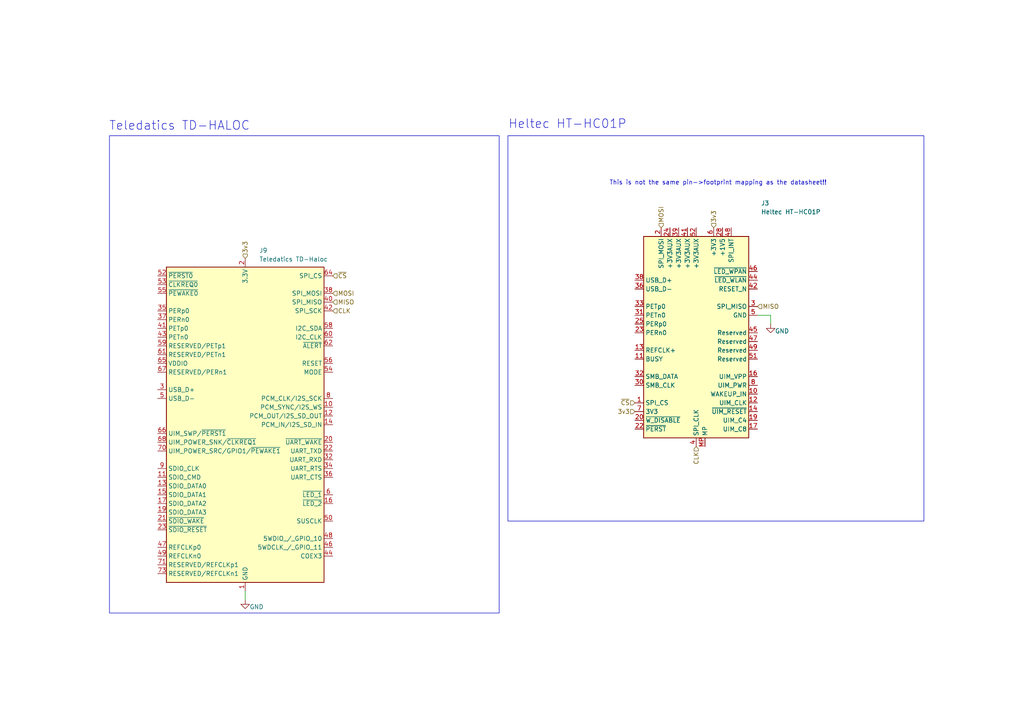
<source format=kicad_sch>
(kicad_sch (version 20250114) (generator "eeschema") (generator_version "9.0")
  (paper "A4")
  (lib_symbols
    (symbol "Connector:Bus_PCI_Express_Mini"
      (property "Reference" "J3" (at 4.6833 -30.48 0))
      (property "Value" "Bus_PCI_Express_Mini" (at 4.6833 -33.02 0))
      (symbol "Bus_PCI_Express_Mini_1_1"
        (rectangle (start -15.24 30.48) (end 15.24 -27.94) (stroke (width 0.254)) (fill (type background)))
        (pin bidirectional line (at -17.78 17.78 0) (length 2.54) (name "USB_D+") (number "38"))
        (pin bidirectional line (at -17.78 15.24 0) (length 2.54) (name "USB_D-") (number "36"))
        (pin input line (at -17.78 10.16 0) (length 2.54) (name "PETp0") (number "33"))
        (pin input line (at -17.78 7.62 0) (length 2.54) (name "PETn0") (number "31"))
        (pin output line (at -17.78 5.08 0) (length 2.54) (name "PERp0") (number "25"))
        (pin output line (at -17.78 2.54 0) (length 2.54) (name "PERn0") (number "23"))
        (pin input line (at -17.78 -2.54 0) (length 2.54) (name "REFCLK+") (number "13"))
        (pin input line (at -17.78 -5.08 0) (length 2.54) (name "BUSY") (number "11"))
        (pin bidirectional line (at -17.78 -10.16 0) (length 2.54) (name "SMB_DATA") (number "32"))
        (pin input line (at -17.78 -12.7 0) (length 2.54) (name "SMB_CLK") (number "30"))
        (pin open_collector line (at -17.78 -17.78 0) (length 2.54) (name "SPI_CS") (number "1"))
        (pin open_collector line (at -17.78 -20.32 0) (length 2.54) (name "3V3") (number "7"))
        (pin input line (at -17.78 -22.86 0) (length 2.54) (name "~{W_DISABLE}") (number "20"))
        (pin input line (at -17.78 -25.4 0) (length 2.54) (name "~{PERST}") (number "22"))
        (pin power_in line (at -10.16 33.02 270) (length 2.54) (name "SPI_MOSI") (number "2"))
        (pin power_in line (at -7.62 33.02 270) (length 2.54) (name "+3V3AUX") (number "24"))
        (pin power_in line (at -5.08 33.02 270) (length 2.54) (name "+3V3AUX") (number "39"))
        (pin power_in line (at -2.54 33.02 270) (length 2.54) (name "+3V3AUX") (number "41"))
        (pin power_in line (at 0 33.02 270) (length 2.54) (name "+3V3AUX") (number "52"))
        (pin passive line (at 0 -30.48 90) (length 2.54) (hide yes) (name "GND") (number "15"))
        (pin passive line (at 0 -30.48 90) (length 2.54) (hide yes) (name "GND") (number "18"))
        (pin passive line (at 0 -30.48 90) (length 2.54) (hide yes) (name "GND") (number "21"))
        (pin passive line (at 0 -30.48 90) (length 2.54) (hide yes) (name "GND") (number "26"))
        (pin passive line (at 0 -30.48 90) (length 2.54) (hide yes) (name "GND") (number "27"))
        (pin passive line (at 0 -30.48 90) (length 2.54) (hide yes) (name "GND") (number "29"))
        (pin passive line (at 0 -30.48 90) (length 2.54) (hide yes) (name "GND") (number "34"))
        (pin passive line (at 0 -30.48 90) (length 2.54) (hide yes) (name "GND") (number "35"))
        (pin passive line (at 0 -30.48 90) (length 2.54) (hide yes) (name "GND") (number "37"))
        (pin power_in line (at 0 -30.48 90) (length 2.54) (name "SPI_CLK") (number "4"))
        (pin passive line (at 0 -30.48 90) (length 2.54) (hide yes) (name "GND") (number "40"))
        (pin passive line (at 0 -30.48 90) (length 2.54) (hide yes) (name "GND") (number "43"))
        (pin passive line (at 0 -30.48 90) (length 2.54) (hide yes) (name "GND") (number "50"))
        (pin passive line (at 0 -30.48 90) (length 2.54) (hide yes) (name "GND") (number "9"))
        (pin passive line (at 2.54 -30.48 90) (length 2.54) (name "MP") (number "MP"))
        (pin power_in line (at 5.08 33.02 270) (length 2.54) (name "+3V3") (number "6"))
        (pin power_in line (at 7.62 33.02 270) (length 2.54) (name "+1V5") (number "28"))
        (pin power_in line (at 10.16 33.02 270) (length 2.54) (name "SPI_INT") (number "48"))
        (pin open_collector line (at 17.78 20.32 180) (length 2.54) (name "~{LED_WPAN}") (number "46"))
        (pin open_collector line (at 17.78 17.78 180) (length 2.54) (name "~{LED_WLAN}") (number "44"))
        (pin open_collector line (at 17.78 15.24 180) (length 2.54) (name "RESET_N") (number "42"))
        (pin passive line (at 17.78 10.16 180) (length 2.54) (name "SPI_MISO") (number "3"))
        (pin passive line (at 17.78 7.62 180) (length 2.54) (name "GND") (number "5"))
        (pin passive line (at 17.78 2.54 180) (length 2.54) (name "Reserved") (number "45"))
        (pin passive line (at 17.78 0 180) (length 2.54) (name "Reserved") (number "47"))
        (pin passive line (at 17.78 -2.54 180) (length 2.54) (name "Reserved") (number "49"))
        (pin passive line (at 17.78 -5.08 180) (length 2.54) (name "Reserved") (number "51"))
        (pin power_out line (at 17.78 -10.16 180) (length 2.54) (name "UIM_VPP") (number "16"))
        (pin power_out line (at 17.78 -12.7 180) (length 2.54) (name "UIM_PWR") (number "8"))
        (pin bidirectional line (at 17.78 -15.24 180) (length 2.54) (name "WAKEUP_IN") (number "10"))
        (pin output line (at 17.78 -17.78 180) (length 2.54) (name "UIM_CLK") (number "12"))
        (pin output line (at 17.78 -20.32 180) (length 2.54) (name "~{UIM_RESET}") (number "14"))
        (pin passive line (at 17.78 -22.86 180) (length 2.54) (name "UIM_C4") (number "19"))
        (pin passive line (at 17.78 -25.4 180) (length 2.54) (name "UIM_C8") (number "17"))
      )
    )
    (symbol "formula_slug_symbol_library:Teledatics TD-Haloc"
      (property "Reference" "J" (at -22.86 46.99 0))
      (property "Value" "Teledatics TD-Haloc" (at 16.51 46.99 0))
      (symbol "Teledatics TD-Haloc_0_1"
        (rectangle (start -22.86 45.72) (end 22.86 -45.72) (stroke (width 0.254)) (fill (type background)))
      )
      (symbol "Teledatics TD-Haloc_1_1"
        (pin output line (at -25.4 43.18 0) (length 2.54) (name "~{PERST0}") (number "52"))
        (pin bidirectional line (at -25.4 40.64 0) (length 2.54) (name "~{CLKREQ0}") (number "53"))
        (pin bidirectional line (at -25.4 38.1 0) (length 2.54) (name "~{PEWAKE0}") (number "55"))
        (pin output line (at -25.4 33.02 0) (length 2.54) (name "PERp0") (number "35"))
        (pin output line (at -25.4 30.48 0) (length 2.54) (name "PERn0") (number "37"))
        (pin input line (at -25.4 27.94 0) (length 2.54) (name "PETp0") (number "41"))
        (pin input line (at -25.4 25.4 0) (length 2.54) (name "PETn0") (number "43"))
        (pin output line (at -25.4 22.86 0) (length 2.54) (name "RESERVED/PETp1") (number "59"))
        (pin output line (at -25.4 20.32 0) (length 2.54) (name "RESERVED/PETn1") (number "61"))
        (pin input line (at -25.4 17.78 0) (length 2.54) (name "VDDIO") (number "65"))
        (pin input line (at -25.4 15.24 0) (length 2.54) (name "RESERVED/PERn1") (number "67"))
        (pin bidirectional line (at -25.4 10.16 0) (length 2.54) (name "USB_D+") (number "3"))
        (pin bidirectional line (at -25.4 7.62 0) (length 2.54) (name "USB_D-") (number "5"))
        (pin output line (at -25.4 -2.54 0) (length 2.54) (name "UIM_SWP/~{PERST1}") (number "66"))
        (pin bidirectional line (at -25.4 -5.08 0) (length 2.54) (name "UIM_POWER_SNK/~{CLKREQ1}") (number "68"))
        (pin bidirectional line (at -25.4 -7.62 0) (length 2.54) (name "UIM_POWER_SRC/GPIO1/~{PEWAKE1}") (number "70"))
        (pin output line (at -25.4 -12.7 0) (length 2.54) (name "SDIO_CLK") (number "9"))
        (pin bidirectional line (at -25.4 -15.24 0) (length 2.54) (name "SDIO_CMD") (number "11"))
        (pin bidirectional line (at -25.4 -17.78 0) (length 2.54) (name "SDIO_DATA0") (number "13"))
        (pin bidirectional line (at -25.4 -20.32 0) (length 2.54) (name "SDIO_DATA1") (number "15"))
        (pin bidirectional line (at -25.4 -22.86 0) (length 2.54) (name "SDIO_DATA2") (number "17"))
        (pin bidirectional line (at -25.4 -25.4 0) (length 2.54) (name "SDIO_DATA3") (number "19"))
        (pin input line (at -25.4 -27.94 0) (length 2.54) (name "~{SDIO_WAKE}") (number "21"))
        (pin output line (at -25.4 -30.48 0) (length 2.54) (name "~{SDIO_RESET}") (number "23"))
        (pin output line (at -25.4 -35.56 0) (length 2.54) (name "REFCLKp0") (number "47"))
        (pin output line (at -25.4 -38.1 0) (length 2.54) (name "REFCLKn0") (number "49"))
        (pin output line (at -25.4 -40.64 0) (length 2.54) (name "RESERVED/REFCLKp1") (number "71"))
        (pin output line (at -25.4 -43.18 0) (length 2.54) (name "RESERVED/REFCLKn1") (number "73"))
        (pin power_in line (at 0 48.26 270) (length 2.54) (name "3.3V") (number "2"))
        (pin passive line (at 0 48.26 270) (length 2.54) (hide yes) (name "3.3V") (number "4"))
        (pin passive line (at 0 48.26 270) (length 2.54) (hide yes) (name "3.3V") (number "72"))
        (pin passive line (at 0 48.26 270) (length 2.54) (hide yes) (name "3.3V") (number "74"))
        (pin power_in line (at 0 -48.26 90) (length 2.54) (name "GND") (number "1"))
        (pin passive line (at 0 -48.26 90) (length 2.54) (hide yes) (name "GND") (number "18"))
        (pin passive line (at 0 -48.26 90) (length 2.54) (hide yes) (name "GND") (number "33"))
        (pin passive line (at 0 -48.26 90) (length 2.54) (hide yes) (name "GND") (number "39"))
        (pin passive line (at 0 -48.26 90) (length 2.54) (hide yes) (name "GND") (number "45"))
        (pin passive line (at 0 -48.26 90) (length 2.54) (hide yes) (name "GND") (number "51"))
        (pin passive line (at 0 -48.26 90) (length 2.54) (hide yes) (name "GND") (number "57"))
        (pin passive line (at 0 -48.26 90) (length 2.54) (hide yes) (name "GND") (number "63"))
        (pin passive line (at 0 -48.26 90) (length 2.54) (hide yes) (name "GND") (number "69"))
        (pin passive line (at 0 -48.26 90) (length 2.54) (hide yes) (name "GND") (number "7"))
        (pin passive line (at 0 -48.26 90) (length 2.54) (hide yes) (name "GND") (number "75"))
        (pin passive line (at 25.4 43.18 180) (length 2.54) (name "SPI_CS") (number "64"))
        (pin passive line (at 25.4 38.1 180) (length 2.54) (name "SPI_MOSI") (number "38"))
        (pin passive line (at 25.4 35.56 180) (length 2.54) (name "SPI_MISO") (number "40"))
        (pin passive line (at 25.4 33.02 180) (length 2.54) (name "SPI_SCK") (number "42"))
        (pin bidirectional line (at 25.4 27.94 180) (length 2.54) (name "I2C_SDA") (number "58"))
        (pin output line (at 25.4 25.4 180) (length 2.54) (name "I2C_CLK") (number "60"))
        (pin input line (at 25.4 22.86 180) (length 2.54) (name "~{ALERT}") (number "62"))
        (pin output line (at 25.4 17.78 180) (length 2.54) (name "RESET") (number "56"))
        (pin output line (at 25.4 15.24 180) (length 2.54) (name "MODE") (number "54"))
        (pin bidirectional line (at 25.4 7.62 180) (length 2.54) (name "PCM_CLK/I2S_SCK") (number "8"))
        (pin bidirectional line (at 25.4 5.08 180) (length 2.54) (name "PCM_SYNC/I2S_WS") (number "10"))
        (pin input line (at 25.4 2.54 180) (length 2.54) (name "PCM_OUT/I2S_SD_OUT") (number "12"))
        (pin output line (at 25.4 0 180) (length 2.54) (name "PCM_IN/I2S_SD_IN") (number "14"))
        (pin input line (at 25.4 -5.08 180) (length 2.54) (name "~{UART_WAKE}") (number "20"))
        (pin input line (at 25.4 -7.62 180) (length 2.54) (name "UART_TXD") (number "22"))
        (pin output line (at 25.4 -10.16 180) (length 2.54) (name "UART_RXD") (number "32"))
        (pin input line (at 25.4 -12.7 180) (length 2.54) (name "UART_RTS") (number "34"))
        (pin output line (at 25.4 -15.24 180) (length 2.54) (name "UART_CTS") (number "36"))
        (pin open_collector line (at 25.4 -20.32 180) (length 2.54) (name "~{LED_1}") (number "6"))
        (pin open_collector line (at 25.4 -22.86 180) (length 2.54) (name "~{LED_2}") (number "16"))
        (pin output line (at 25.4 -27.94 180) (length 2.54) (name "SUSCLK") (number "50"))
        (pin bidirectional line (at 25.4 -33.02 180) (length 2.54) (name "5WDIO_/_GPIO_10") (number "48"))
        (pin bidirectional line (at 25.4 -35.56 180) (length 2.54) (name "5WDCLK_/_GPIO_11") (number "46"))
        (pin bidirectional line (at 25.4 -38.1 180) (length 2.54) (name "COEX3") (number "44"))
      )
    )
    (symbol "power:GND" (power) (pin_numbers (hide yes)) (pin_names (offset 0) (hide yes))
      (property "Value" "GND" (at 0 -3.81 0))
      (symbol "GND_0_1"
        (polyline (pts (xy 0 0) (xy 0 -1.27) (xy 1.27 -1.27) (xy 0 -2.54) (xy -1.27 -1.27) (xy 0 -1.27)))
      )
      (symbol "GND_1_1"
        (pin power_in line (at 0 0 270) (length 0) (name "~") (number "1"))
      )
    )
  )
  (rectangle (start 31.75 39.37) (end 144.78 177.8))
  (rectangle (start 147.32 39.37) (end 267.97 151.13))
  (text "Teledatics TD-HALOC" (at 52.07 36.576 0) (effects (font (size 2.54 2.54))))
  (text "This is not the same pin->footprint mapping as the datasheet!!" (at 208.28 53.086 0) (effects (font (size 1.27 1.27))))
  (text "Heltec HT-HC01P" (at 164.592 36.068 0) (effects (font (size 2.54 2.54))))
  (wire (pts (xy 71.12 171.45) (xy 71.12 173.99)))
  (wire (pts (xy 223.52 91.44) (xy 223.52 93.98)))
  (wire (pts (xy 219.71 91.44) (xy 223.52 91.44)))
  (hierarchical_label "3v3" (shape input) (at 184.15 119.38 180))
  (hierarchical_label "MISO" (shape input) (at 219.71 88.9 0))
  (hierarchical_label "CLK" (shape input) (at 201.93 129.54 270))
  (hierarchical_label "MOSI" (shape input) (at 96.52 85.09 0))
  (hierarchical_label "~{CS}" (shape input) (at 184.15 116.84 180))
  (hierarchical_label "3v3" (shape input) (at 207.01 66.04 90))
  (hierarchical_label "MOSI" (shape input) (at 191.77 66.04 90))
  (hierarchical_label "3v3" (shape input) (at 71.12 74.93 90))
  (hierarchical_label "~{CS}" (shape input) (at 96.52 80.01 0))
  (hierarchical_label "CLK" (shape input) (at 96.52 90.17 0))
  (hierarchical_label "MISO" (shape input) (at 96.52 87.63 0))
  (symbol (lib_id "power:GND") (at 223.52 93.98 0) (unit 1)
    (property "Reference" "#PWR019" (effects (hide yes)))
    (property "Value" "GND" (at 226.822 96.012 0))
    (property "Description" "Power symbol creates a global label with name \"GND\" , ground" (effects (hide yes)))
  )
  (symbol (lib_id "Connector:Bus_PCI_Express_Mini") (at 201.93 99.06 0) (unit 1)
    (property "Reference" "J3" (at 220.726 58.928 0) (effects (justify left)))
    (property "Value" "Heltec HT-HC01P" (at 220.726 61.468 0) (effects (justify left)))
    (property "Description" "Mini-PCI Express bus connector" (effects (hide yes)))
  )
  (symbol (lib_id "power:GND") (at 71.12 173.99 0) (unit 1)
    (property "Reference" "#PWR018" (effects (hide yes)))
    (property "Value" "GND" (at 74.422 176.022 0))
    (property "Description" "Power symbol creates a global label with name \"GND\" , ground" (effects (hide yes)))
  )
  (symbol (lib_id "formula_slug_symbol_library:Teledatics TD-Haloc") (at 71.12 123.19 0) (unit 1)
    (property "Reference" "J9" (at 75.184 72.644 0) (effects (justify left)))
    (property "Value" "Teledatics TD-Haloc" (at 75.184 75.184 0) (effects (justify left)))
    (property "Footprint" "formula_slug_footprint_library:CONN67_2199230_TEC" (effects (hide yes)))
    (property "Datasheet" "https://web.archive.org/web/20200613074028/http://read.pudn.com/downloads794/doc/project/3133918/PCIe_M.2_Electromechanical_Spec_Rev1.0_Final_11012013_RS_Clean.pdf#page=150" (effects (hide yes)))
    (property "Description" "M.2 Socket 1-SD Mechanical Key E" (effects (hide yes)))
  )
)
</source>
